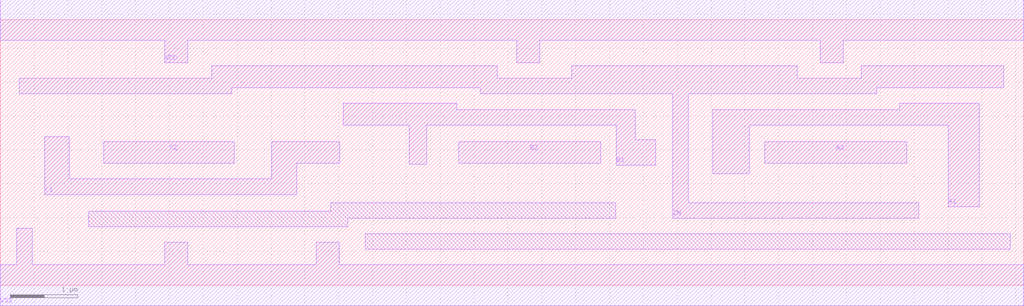
<source format=lef>
# Copyright 2022 GlobalFoundries PDK Authors
#
# Licensed under the Apache License, Version 2.0 (the "License");
# you may not use this file except in compliance with the License.
# You may obtain a copy of the License at
#
#      http://www.apache.org/licenses/LICENSE-2.0
#
# Unless required by applicable law or agreed to in writing, software
# distributed under the License is distributed on an "AS IS" BASIS,
# WITHOUT WARRANTIES OR CONDITIONS OF ANY KIND, either express or implied.
# See the License for the specific language governing permissions and
# limitations under the License.

MACRO gf180mcu_fd_sc_mcu7t5v0__oai222_2
  CLASS core ;
  FOREIGN gf180mcu_fd_sc_mcu7t5v0__oai222_2 0.0 0.0 ;
  ORIGIN 0 0 ;
  SYMMETRY X Y ;
  SITE GF018hv5v_mcu_sc7 ;
  SIZE 15.12 BY 3.92 ;
  PIN A1
    DIRECTION INPUT ;
    ANTENNAGATEAREA 2.079 ;
    PORT
      LAYER Metal1 ;
        POLYGON 10.525 1.645 11.06 1.645 11.06 2.365 14.005 2.365 14.005 1.16 14.46 1.16 14.46 2.69 13.285 2.69 13.285 2.595 10.525 2.595  ;
    END
  END A1
  PIN A2
    DIRECTION INPUT ;
    ANTENNAGATEAREA 2.079 ;
    PORT
      LAYER Metal1 ;
        POLYGON 11.29 1.8 13.39 1.8 13.39 2.12 11.29 2.12  ;
    END
  END A2
  PIN B1
    DIRECTION INPUT ;
    ANTENNAGATEAREA 2.079 ;
    PORT
      LAYER Metal1 ;
        POLYGON 5.07 2.365 6.04 2.365 6.04 1.79 6.3 1.79 6.3 2.365 9.09 2.365 9.1 2.365 9.1 1.77 9.68 1.77 9.68 2.15 9.38 2.15 9.38 2.595 9.09 2.595 6.74 2.595 6.74 2.69 5.07 2.69  ;
    END
  END B1
  PIN B2
    DIRECTION INPUT ;
    ANTENNAGATEAREA 2.079 ;
    PORT
      LAYER Metal1 ;
        POLYGON 6.77 1.8 8.87 1.8 8.87 2.12 6.77 2.12  ;
    END
  END B2
  PIN C1
    DIRECTION INPUT ;
    ANTENNAGATEAREA 2.079 ;
    PORT
      LAYER Metal1 ;
        POLYGON 0.66 1.335 4.38 1.335 4.38 1.8 5.015 1.8 5.015 2.12 4.01 2.12 4.01 1.57 1.02 1.57 1.02 2.19 0.66 2.19  ;
    END
  END C1
  PIN C2
    DIRECTION INPUT ;
    ANTENNAGATEAREA 2.079 ;
    PORT
      LAYER Metal1 ;
        POLYGON 1.53 1.8 3.46 1.8 3.46 2.12 1.53 2.12  ;
    END
  END C2
  PIN ZN
    DIRECTION OUTPUT ;
    ANTENNADIFFAREA 4.265 ;
    PORT
      LAYER Metal1 ;
        POLYGON 10.16 2.825 12.95 2.825 12.95 2.92 14.82 2.92 14.82 3.24 12.72 3.24 12.72 3.055 11.775 3.055 11.775 3.24 9.09 3.24 8.445 3.24 8.445 3.055 7.34 3.055 7.34 3.24 3.125 3.24 3.125 3.055 0.28 3.055 0.28 2.825 3.42 2.825 3.42 2.92 7.09 2.92 7.09 2.825 9.09 2.825 9.93 2.825 9.93 0.99 13.57 0.99 13.57 1.22 10.16 1.22  ;
    END
  END ZN
  PIN VDD
    DIRECTION INOUT ;
    USE power ;
    SHAPE ABUTMENT ;
    PORT
      LAYER Metal1 ;
        POLYGON 0 3.62 2.43 3.62 2.43 3.285 2.77 3.285 2.77 3.62 7.63 3.62 7.63 3.285 7.97 3.285 7.97 3.62 9.09 3.62 12.11 3.62 12.11 3.285 12.45 3.285 12.45 3.62 14.92 3.62 15.12 3.62 15.12 4.22 14.92 4.22 9.09 4.22 0 4.22  ;
    END
  END VDD
  PIN VSS
    DIRECTION INOUT ;
    USE ground ;
    SHAPE ABUTMENT ;
    PORT
      LAYER Metal1 ;
        POLYGON 0 -0.3 15.12 -0.3 15.12 0.3 5.01 0.3 5.01 0.635 4.67 0.635 4.67 0.3 2.77 0.3 2.77 0.635 2.43 0.635 2.43 0.3 0.475 0.3 0.475 0.845 0.245 0.845 0.245 0.3 0 0.3  ;
    END
  END VSS
  OBS
      LAYER Metal1 ;
        POLYGON 1.31 0.865 5.13 0.865 5.13 0.99 9.09 0.99 9.09 1.22 4.88 1.22 4.88 1.095 1.31 1.095  ;
        POLYGON 5.39 0.53 14.92 0.53 14.92 0.76 5.39 0.76  ;
  END
END gf180mcu_fd_sc_mcu7t5v0__oai222_2

</source>
